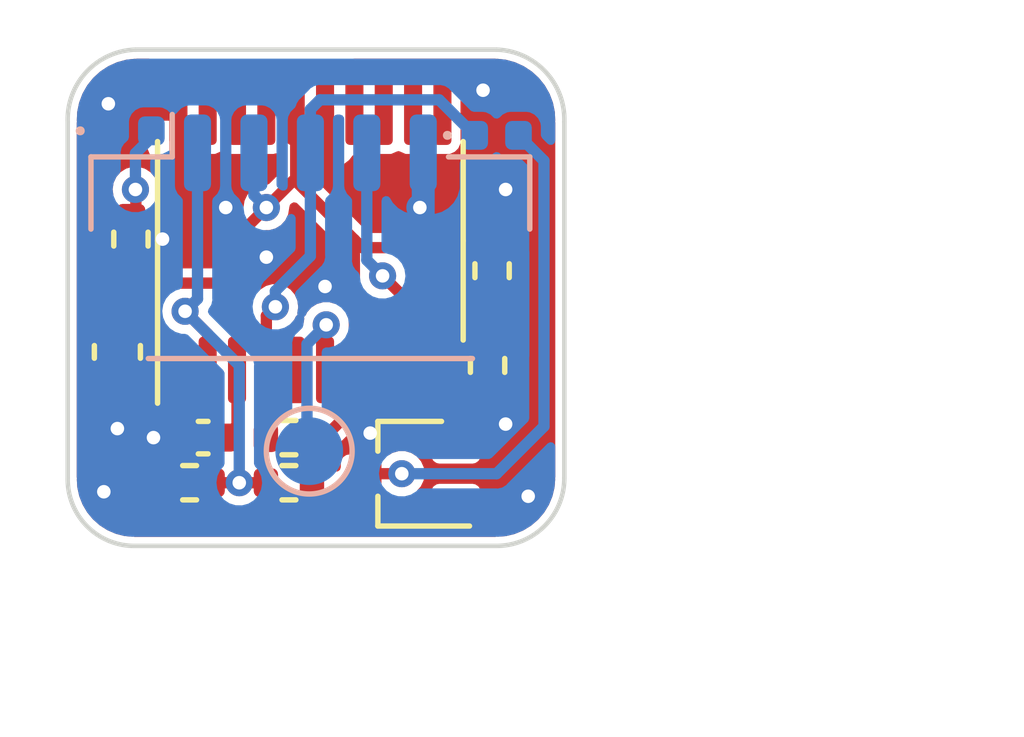
<source format=kicad_pcb>
(kicad_pcb (version 20211014) (generator pcbnew)
  (layers (0 "F.Cu" signal) (31 "B.Cu" signal) (34 "B.Paste" user) (35 "F.Paste" user) (36 "B.SilkS" user "B.Silkscreen") (37 "F.SilkS" user "F.Silkscreen") (38 "B.Mask" user) (39 "F.Mask" user) (44 "Edge.Cuts" user))
  (net 0 "")
  (net 1 "+5V")
  (net 2 "GND")
  (net 3 "/B")
  (net 4 "Net-(D1-Pad2)")
  (net 5 "Net-(D2-Pad2)")
  (net 6 "/A")
  (net 7 "/I")
  (net 8 "Net-(Q1-Pad1)")
  (net 9 "Net-(Q1-Pad2)")
  (net 20 "Net-(TP1-Pad1)")
  (footprint "Resistor_SMD:R_0402_1005Metric" (layer "F.Cu") (at 21.2 26.7 180)
    (fp_text reference "R4" hide)
    (fp_text value "47k" hide)
    (fp_line (start -0.153641 -0.38) (end 0.153641 -0.38) (layer "F.SilkS") (width 0.12))
    (fp_line (start -0.153641 0.38) (end 0.153641 0.38) (layer "F.SilkS") (width 0.12))
    (pad "1" smd roundrect locked (at -0.51 0 180) (size 0.54 0.64) (layers "F.Cu" "F.Paste" "F.Mask") (net 6 "/A"))
    (pad "2" smd roundrect locked (at 0.51 0 180) (size 0.54 0.64) (layers "F.Cu" "F.Paste" "F.Mask") (net 8 "Net-(Q1-Pad1)"))
  )
  (footprint "Resistor_SMD:R_0402_1005Metric" (layer "F.Cu") (at 27.9 22 -90)
    (fp_text reference "R3" hide)
    (fp_text value "1k" hide)
    (fp_line (start -0.153641 -0.38) (end 0.153641 -0.38) (layer "F.SilkS") (width 0.12))
    (fp_line (start -0.153641 0.38) (end 0.153641 0.38) (layer "F.SilkS") (width 0.12))
    (pad "1" smd roundrect locked (at -0.51 0 270) (size 0.54 0.64) (layers "F.Cu" "F.Paste" "F.Mask") (net 1 "+5V"))
    (pad "2" smd roundrect locked (at 0.51 0 270) (size 0.54 0.64) (layers "F.Cu" "F.Paste" "F.Mask") (net 7 "/I"))
  )
  (footprint "Capacitor_SMD:C_0603_1608Metric" (layer "F.Cu") (at 19.6 23.8 -90)
    (fp_text reference "C2" hide)
    (fp_text value "10µ" hide)
    (fp_line (start -0.14058 -0.51) (end 0.14058 -0.51) (layer "F.SilkS") (width 0.12))
    (fp_line (start -0.14058 0.51) (end 0.14058 0.51) (layer "F.SilkS") (width 0.12))
    (pad "1" smd roundrect locked (at -0.775 0 270) (size 0.9 0.95) (layers "F.Cu" "F.Paste" "F.Mask") (net 1 "+5V"))
    (pad "2" smd roundrect locked (at 0.775 0 270) (size 0.9 0.95) (layers "F.Cu" "F.Paste" "F.Mask") (net 2 "GND"))
  )
  (footprint "Resistor_SMD:R_0402_1005Metric" (layer "F.Cu") (at 23.4 26.7 180)
    (fp_text reference "R1" hide)
    (fp_text value "1k" hide)
    (fp_line (start -0.153641 -0.38) (end 0.153641 -0.38) (layer "F.SilkS") (width 0.12))
    (fp_line (start -0.153641 0.38) (end 0.153641 0.38) (layer "F.SilkS") (width 0.12))
    (pad "1" smd roundrect locked (at -0.51 0 180) (size 0.54 0.64) (layers "F.Cu" "F.Paste" "F.Mask") (net 1 "+5V"))
    (pad "2" smd roundrect locked (at 0.51 0 180) (size 0.54 0.64) (layers "F.Cu" "F.Paste" "F.Mask") (net 6 "/A"))
  )
  (footprint "Resistor_SMD:R_0402_1005Metric" (layer "F.Cu") (at 19.9 21.3 90)
    (fp_text reference "R6" hide)
    (fp_text value "4k7" hide)
    (fp_line (start -0.153641 -0.38) (end 0.153641 -0.38) (layer "F.SilkS") (width 0.12))
    (fp_line (start -0.153641 0.38) (end 0.153641 0.38) (layer "F.SilkS") (width 0.12))
    (pad "1" smd roundrect locked (at -0.51 0 90) (size 0.54 0.64) (layers "F.Cu" "F.Paste" "F.Mask") (net 1 "+5V"))
    (pad "2" smd roundrect locked (at 0.51 0 90) (size 0.54 0.64) (layers "F.Cu" "F.Paste" "F.Mask") (net 5 "Net-(D2-Pad2)"))
  )
  (footprint "Package_TO_SOT_SMD:SOT-323_SC-70" (layer "F.Cu") (at 26.1 26.5 180)
    (fp_text reference "Q1" hide)
    (fp_text value "BC807-40LWX" hide)
    (fp_line (start 0.73 0.5) (end 0.73 1.16) (layer "F.SilkS") (width 0.12))
    (fp_line (start 0.73 -1.16) (end 0.73 -0.5) (layer "F.SilkS") (width 0.12))
    (fp_line (start -0.68 1.16) (end 0.73 1.16) (layer "F.SilkS") (width 0.12))
    (fp_line (start 0.73 -1.16) (end -1.3 -1.16) (layer "F.SilkS") (width 0.12))
    (pad "1" smd rect locked (at -1 -0.65 90) (size 0.45 0.7) (layers "F.Cu" "F.Paste" "F.Mask") (net 8 "Net-(Q1-Pad1)"))
    (pad "2" smd rect locked (at -1 0.65 90) (size 0.45 0.7) (layers "F.Cu" "F.Paste" "F.Mask") (net 9 "Net-(Q1-Pad2)"))
    (pad "3" smd rect locked (at 1 0 90) (size 0.45 0.7) (layers "F.Cu" "F.Paste" "F.Mask") (net 4 "Net-(D1-Pad2)"))
  )
  (footprint "Resistor_SMD:R_0402_1005Metric" (layer "F.Cu") (at 23.4 25.7 180)
    (fp_text reference "R2" hide)
    (fp_text value "1k" hide)
    (fp_line (start -0.153641 0.38) (end 0.153641 0.38) (layer "F.SilkS") (width 0.12))
    (fp_line (start -0.153641 -0.38) (end 0.153641 -0.38) (layer "F.SilkS") (width 0.12))
    (pad "1" smd roundrect locked (at -0.51 0 180) (size 0.54 0.64) (layers "F.Cu" "F.Paste" "F.Mask") (net 1 "+5V"))
    (pad "2" smd roundrect locked (at 0.51 0 180) (size 0.54 0.64) (layers "F.Cu" "F.Paste" "F.Mask") (net 3 "/B"))
  )
  (footprint "Capacitor_SMD:C_0402_1005Metric" (layer "F.Cu") (at 21.5 25.7 180)
    (fp_text reference "C1" hide)
    (fp_text value "100n" hide)
    (fp_line (start -0.107836 -0.36) (end 0.107836 -0.36) (layer "F.SilkS") (width 0.12))
    (fp_line (start -0.107836 0.36) (end 0.107836 0.36) (layer "F.SilkS") (width 0.12))
    (pad "1" smd roundrect locked (at -0.48 0 180) (size 0.56 0.62) (layers "F.Cu" "F.Paste" "F.Mask") (net 1 "+5V"))
    (pad "2" smd roundrect locked (at 0.48 0 180) (size 0.56 0.62) (layers "F.Cu" "F.Paste" "F.Mask") (net 2 "GND"))
  )
  (footprint "Package_SO:TSSOP-20_4.4x6.5mm_P0.65mm" (layer "F.Cu") (at 23.875 21.3375 90)
    (fp_text reference "U1" hide)
    (fp_text value "AS5304" hide)
    (fp_line (start 0 -3.385) (end -3.6 -3.385) (layer "F.SilkS") (width 0.12))
    (fp_line (start 0 3.385) (end -2.2 3.385) (layer "F.SilkS") (width 0.12))
    (fp_line (start 0 3.385) (end 2.2 3.385) (layer "F.SilkS") (width 0.12))
    (fp_line (start 0 -3.385) (end 2.2 -3.385) (layer "F.SilkS") (width 0.12))
    (pad "1" smd roundrect locked (at -2.8625 -2.925 90) (size 1.475 0.4) (layers "F.Cu" "F.Paste" "F.Mask") (net 2 "GND"))
    (pad "2" smd roundrect locked (at -2.8625 -2.275 90) (size 1.475 0.4) (layers "F.Cu" "F.Paste" "F.Mask") (net 6 "/A"))
    (pad "3" smd roundrect locked (at -2.8625 -1.625 90) (size 1.475 0.4) (layers "F.Cu" "F.Paste" "F.Mask") (net 1 "+5V"))
    (pad "4" smd roundrect locked (at -2.8625 -0.975 90) (size 1.475 0.4) (layers "F.Cu" "F.Paste" "F.Mask") (net 3 "/B"))
    (pad "5" smd roundrect locked (at -2.8625 -0.325 90) (size 1.475 0.4) (layers "F.Cu" "F.Paste" "F.Mask"))
    (pad "6" smd roundrect locked (at -2.8625 0.325 90) (size 1.475 0.4) (layers "F.Cu" "F.Paste" "F.Mask") (net 20 "Net-(TP1-Pad1)"))
    (pad "7" smd roundrect locked (at -2.8625 0.975 90) (size 1.475 0.4) (layers "F.Cu" "F.Paste" "F.Mask") (net 1 "+5V"))
    (pad "8" smd roundrect locked (at -2.8625 1.625 90) (size 1.475 0.4) (layers "F.Cu" "F.Paste" "F.Mask") (net 7 "/I"))
    (pad "9" smd roundrect locked (at -2.8625 2.275 90) (size 1.475 0.4) (layers "F.Cu" "F.Paste" "F.Mask"))
    (pad "10" smd roundrect locked (at -2.8625 2.925 90) (size 1.475 0.4) (layers "F.Cu" "F.Paste" "F.Mask"))
    (pad "11" smd roundrect locked (at 2.8625 2.925 90) (size 1.475 0.4) (layers "F.Cu" "F.Paste" "F.Mask"))
    (pad "12" smd roundrect locked (at 2.8625 2.275 90) (size 1.475 0.4) (layers "F.Cu" "F.Paste" "F.Mask"))
    (pad "13" smd roundrect locked (at 2.8625 1.625 90) (size 1.475 0.4) (layers "F.Cu" "F.Paste" "F.Mask"))
    (pad "14" smd roundrect locked (at 2.8625 0.975 90) (size 1.475 0.4) (layers "F.Cu" "F.Paste" "F.Mask"))
    (pad "15" smd roundrect locked (at 2.8625 0.325 90) (size 1.475 0.4) (layers "F.Cu" "F.Paste" "F.Mask") (net 2 "GND"))
    (pad "16" smd roundrect locked (at 2.8625 -0.325 90) (size 1.475 0.4) (layers "F.Cu" "F.Paste" "F.Mask") (net 1 "+5V"))
    (pad "17" smd roundrect locked (at 2.8625 -0.975 90) (size 1.475 0.4) (layers "F.Cu" "F.Paste" "F.Mask"))
    (pad "18" smd roundrect locked (at 2.8625 -1.625 90) (size 1.475 0.4) (layers "F.Cu" "F.Paste" "F.Mask"))
    (pad "19" smd roundrect locked (at 2.8625 -2.275 90) (size 1.475 0.4) (layers "F.Cu" "F.Paste" "F.Mask"))
    (pad "20" smd roundrect locked (at 2.8625 -2.925 90) (size 1.475 0.4) (layers "F.Cu" "F.Paste" "F.Mask") (net 2 "GND"))
  )
  (footprint "Resistor_SMD:R_0402_1005Metric" (layer "F.Cu") (at 27.8 24.1 -90)
    (fp_text reference "R5" hide)
    (fp_text value "4k7" hide)
    (fp_line (start -0.153641 0.38) (end 0.153641 0.38) (layer "F.SilkS") (width 0.12))
    (fp_line (start -0.153641 -0.38) (end 0.153641 -0.38) (layer "F.SilkS") (width 0.12))
    (pad "1" smd roundrect locked (at -0.51 0 270) (size 0.54 0.64) (layers "F.Cu" "F.Paste" "F.Mask") (net 7 "/I"))
    (pad "2" smd roundrect locked (at 0.51 0 270) (size 0.54 0.64) (layers "F.Cu" "F.Paste" "F.Mask") (net 9 "Net-(Q1-Pad2)"))
  )
  (footprint "LED_SMD:LED_0402_1005Metric" (layer "B.Cu") (at 19.8675 18.9)
    (fp_text reference "D2" hide)
    (fp_text value "Blue" hide)
    (fp_circle (center -1.09 0) (end -1.04 0) (layer "B.SilkS") (width 0.1) (fill none))
    (pad "1" smd roundrect locked (at -0.485 0) (size 0.59 0.64) (layers "B.Cu" "B.Paste" "B.Mask") (net 2 "GND"))
    (pad "2" smd roundrect locked (at 0.485 0) (size 0.59 0.64) (layers "B.Cu" "B.Paste" "B.Mask") (net 5 "Net-(D2-Pad2)"))
  )
  (footprint "Connector_JST:JST_GH_BM05B-GHS-TBT_1x05-1MP_P1.25mm_Vertical" (layer "B.Cu") (at 23.875 21.3375)
    (fp_text reference "J1" hide)
    (fp_text value "BM05B-GHS" hide)
    (fp_line (start -4.86 -1.86) (end -3.06 -1.86) (layer "B.SilkS") (width 0.12))
    (fp_line (start -4.86 -0.26) (end -4.86 -1.86) (layer "B.SilkS") (width 0.12))
    (fp_line (start -3.06 -1.86) (end -3.06 -2.8) (layer "B.SilkS") (width 0.12))
    (fp_line (start 4.86 -0.26) (end 4.86 -1.86) (layer "B.SilkS") (width 0.12))
    (fp_line (start 4.86 -1.86) (end 3.06 -1.86) (layer "B.SilkS") (width 0.12))
    (fp_line (start -3.59 2.61) (end 3.59 2.61) (layer "B.SilkS") (width 0.12))
    (pad "1" smd roundrect locked (at -2.5 -1.95) (size 0.6 1.7) (layers "B.Cu" "B.Paste" "B.Mask") (net 6 "/A"))
    (pad "2" smd roundrect locked (at -1.25 -1.95) (size 0.6 1.7) (layers "B.Cu" "B.Paste" "B.Mask") (net 1 "+5V"))
    (pad "3" smd roundrect locked (at 0 -1.95) (size 0.6 1.7) (layers "B.Cu" "B.Paste" "B.Mask") (net 3 "/B"))
    (pad "4" smd roundrect locked (at 1.25 -1.95) (size 0.6 1.7) (layers "B.Cu" "B.Paste" "B.Mask") (net 7 "/I"))
    (pad "5" smd roundrect locked (at 2.5 -1.95) (size 0.6 1.7) (layers "B.Cu" "B.Paste" "B.Mask") (net 2 "GND"))
    (pad "MP" smd roundrect locked (at -4.35 1.4) (size 1 2.8) (layers "B.Cu" "B.Paste" "B.Mask") (net 2 "GND"))
    (pad "MP" smd roundrect locked (at 4.35 1.4) (size 1 2.8) (layers "B.Cu" "B.Paste" "B.Mask") (net 2 "GND"))
  )
  (footprint "LED_SMD:LED_0402_1005Metric" (layer "B.Cu") (at 28 19)
    (fp_text reference "D1" hide)
    (fp_text value "Red" hide)
    (fp_circle (center -1.09 0) (end -1.04 0) (layer "B.SilkS") (width 0.1) (fill none))
    (pad "1" smd roundrect locked (at -0.485 0) (size 0.59 0.64) (layers "B.Cu" "B.Paste" "B.Mask") (net 3 "/B"))
    (pad "2" smd roundrect locked (at 0.485 0) (size 0.59 0.64) (layers "B.Cu" "B.Paste" "B.Mask") (net 4 "Net-(D1-Pad2)"))
  )
  (footprint "TestPoint:TestPoint_Pad_D1.5mm" (layer "B.Cu") (at 23.85 26 180)
    (fp_text reference "TP1" hide)
    (fp_text value "AGC out")
    (fp_circle (center 0 0) (end 0 -0.95) (layer "B.SilkS") (width 0.12) (fill none))
    (pad "1" smd circle locked (at 0 0 180) (size 1.5 1.5) (layers "B.Cu" "B.Mask") (net 20 "Net-(TP1-Pad1)"))
  )
  (gr_line (start 20 17.1) (end 28 17.1) (layer "Edge.Cuts") (width 0.1))
  (gr_arc (start 29.5 26.6) (mid 29.06066 27.660659) (end 28 28.1) (layer "Edge.Cuts") (width 0.1))
  (gr_line (start 29.5 18.7) (end 29.5 26.6) (layer "Edge.Cuts") (width 0.1))
  (gr_arc (start 28 17.1) (mid 29.08137 17.58934) (end 29.5 18.7) (layer "Edge.Cuts") (width 0.1))
  (gr_arc (start 19.95 28.1) (mid 18.91434 27.650305) (end 18.5 26.6) (layer "Edge.Cuts") (width 0.1))
  (gr_line (start 18.5 26.6) (end 18.5 18.7) (layer "Edge.Cuts") (width 0.1))
  (gr_line (start 28 28.1) (end 19.95 28.1) (layer "Edge.Cuts") (width 0.1))
  (gr_arc (start 18.5 18.7) (mid 18.918629 17.58934) (end 20 17.1) (layer "Edge.Cuts") (width 0.1))
  (segment (start 22.9 20.6) (end 23.4875 20.0125) (width 0.25) (layer "F.Cu") (net 1))
  (segment (start 22.25 22.65) (end 22.25 22.15) (width 0.25) (layer "F.Cu") (net 1))
  (segment (start 19.9 21.825978) (end 20.349511 22.275489) (width 0.25) (layer "F.Cu") (net 1))
  (segment (start 21.98 25.7) (end 22.25 25.43) (width 0.25) (layer "F.Cu") (net 1))
  (segment (start 22.25 22.15) (end 22.25 21.25) (width 0.25) (layer "F.Cu") (net 1))
  (segment (start 23.91 25.7) (end 24.18 25.7) (width 0.25) (layer "F.Cu") (net 1))
  (segment (start 24.85 22.55) (end 24.85 21.3125) (width 0.25) (layer "F.Cu") (net 1))
  (segment (start 24.85 24.2) (end 24.85 22.55) (width 0.25) (layer "F.Cu") (net 1))
  (segment (start 24.85 25.03) (end 24.85 24.2) (width 0.25) (layer "F.Cu") (net 1))
  (segment (start 24.85 21.3125) (end 23.55 20.0125) (width 0.25) (layer "F.Cu") (net 1))
  (segment (start 23.91 26.7) (end 23.91 25.7) (width 0.25) (layer "F.Cu") (net 1))
  (segment (start 25.0275 21.49) (end 24.85 21.3125) (width 0.25) (layer "F.Cu") (net 1))
  (segment (start 22.25 23.15) (end 22.25 22.65) (width 0.25) (layer "F.Cu") (net 1))
  (segment (start 22.25 25.43) (end 22.25 24.2) (width 0.25) (layer "F.Cu") (net 1))
  (segment (start 23.4875 20.0125) (end 23.55 20.0125) (width 0.25) (layer "F.Cu") (net 1))
  (segment (start 20.349511 22.275489) (end 22.124511 22.275489) (width 0.25) (layer "F.Cu") (net 1))
  (segment (start 24.18 25.7) (end 24.85 25.03) (width 0.25) (layer "F.Cu") (net 1))
  (segment (start 23.55 20.0125) (end 23.55 18.475) (width 0.25) (layer "F.Cu") (net 1))
  (segment (start 19.6 23.025) (end 20.349511 22.275489) (width 0.25) (layer "F.Cu") (net 1))
  (segment (start 22.25 21.25) (end 22.9 20.6) (width 0.25) (layer "F.Cu") (net 1))
  (segment (start 22.124511 22.275489) (end 22.25 22.15) (width 0.25) (layer "F.Cu") (net 1))
  (segment (start 19.9 21.81) (end 19.9 21.825978) (width 0.25) (layer "F.Cu") (net 1))
  (segment (start 22.25 23.15) (end 22.25 24.2) (width 0.25) (layer "F.Cu") (net 1))
  (segment (start 27.9 21.49) (end 25.0275 21.49) (width 0.25) (layer "F.Cu") (net 1))
  (via (at 22.9 20.6) (size 0.6) (drill 0.3) (layers "F.Cu" "B.Cu") (net 1))
  (segment (start 22.625 20.325) (end 22.9 20.6) (width 0.25) (layer "B.Cu") (net 1))
  (segment (start 22.625 19.3875) (end 22.625 20.325) (width 0.25) (layer "B.Cu") (net 1))
  (segment (start 21.02 24.27) (end 20.95 24.2) (width 0.25) (layer "F.Cu") (net 2))
  (segment (start 21.02 25.7) (end 21.02 24.27) (width 0.25) (layer "F.Cu") (net 2))
  (via (at 27.7 18) (size 0.6) (drill 0.3) (layers "F.Cu" "B.Cu") (net 2))
  (via (at 28.2 25.4) (size 0.6) (drill 0.3) (layers "F.Cu" "B.Cu") (net 2))
  (via (at 24.2 22.35) (size 0.6) (drill 0.3) (layers "F.Cu" "B.Cu") (net 2))
  (via (at 26.3 20.6) (size 0.6) (drill 0.3) (layers "F.Cu" "B.Cu") (net 2))
  (via (at 20.4 25.7) (size 0.6) (drill 0.3) (layers "F.Cu" "B.Cu") (net 2))
  (via (at 25.2 25.6) (size 0.6) (drill 0.3) (layers "F.Cu" "B.Cu") (net 2))
  (via (at 22.9 21.7) (size 0.6) (drill 0.3) (layers "F.Cu" "B.Cu") (net 2))
  (via (at 28.2 20.2) (size 0.6) (drill 0.3) (layers "F.Cu" "B.Cu") (net 2))
  (via (at 19.6 25.5) (size 0.6) (drill 0.3) (layers "F.Cu" "B.Cu") (net 2))
  (via (at 28.7 27) (size 0.6) (drill 0.3) (layers "F.Cu" "B.Cu") (net 2))
  (via (at 20.6 21.3) (size 0.6) (drill 0.3) (layers "F.Cu" "B.Cu") (net 2))
  (via (at 19.4 18.3) (size 0.6) (drill 0.3) (layers "F.Cu" "B.Cu") (net 2))
  (via (at 22 20.6) (size 0.6) (drill 0.3) (layers "F.Cu" "B.Cu") (net 2))
  (via (at 19.3 26.9) (size 0.6) (drill 0.3) (layers "F.Cu" "B.Cu") (net 2))
  (segment (start 26.375 19.3875) (end 26.375 20.525) (width 0.25) (layer "B.Cu") (net 2))
  (segment (start 19.415 18.9) (end 19.415 18.315) (width 0.25) (layer "B.Cu") (net 2))
  (segment (start 19.415 18.315) (end 19.4 18.3) (width 0.25) (layer "B.Cu") (net 2))
  (segment (start 26.375 20.525) (end 26.3 20.6) (width 0.25) (layer "B.Cu") (net 2))
  (segment (start 22.89 24.21) (end 22.9 24.2) (width 0.25) (layer "F.Cu") (net 3))
  (segment (start 22.9 24.2) (end 22.9 23) (width 0.25) (layer "F.Cu") (net 3))
  (segment (start 22.9 23) (end 23.1 22.8) (width 0.25) (layer "F.Cu") (net 3))
  (segment (start 22.89 25.7) (end 22.89 24.21) (width 0.25) (layer "F.Cu") (net 3))
  (via (at 23.1 22.8) (size 0.6) (drill 0.3) (layers "F.Cu" "B.Cu") (net 3))
  (segment (start 23.1 22.45) (end 23.875 21.675) (width 0.25) (layer "B.Cu") (net 3))
  (segment (start 24.08702 18.21298) (end 23.875 18.425) (width 0.25) (layer "B.Cu") (net 3))
  (segment (start 23.875 21.675) (end 23.875 19.3875) (width 0.25) (layer "B.Cu") (net 3))
  (segment (start 27.515 19) (end 26.72798 18.21298) (width 0.25) (layer "B.Cu") (net 3))
  (segment (start 23.1 22.8) (end 23.1 22.45) (width 0.25) (layer "B.Cu") (net 3))
  (segment (start 23.875 18.425) (end 23.875 19.3875) (width 0.25) (layer "B.Cu") (net 3))
  (segment (start 26.72798 18.21298) (end 24.08702 18.21298) (width 0.25) (layer "B.Cu") (net 3))
  (segment (start 25.9 26.5) (end 25.1 26.5) (width 0.25) (layer "F.Cu") (net 4))
  (via (at 25.9 26.5) (size 0.6) (drill 0.3) (layers "F.Cu" "B.Cu") (net 4))
  (segment (start 29.04952 25.45048) (end 28 26.5) (width 0.25) (layer "B.Cu") (net 4))
  (segment (start 29.04952 19.56452) (end 29.04952 25.45048) (width 0.25) (layer "B.Cu") (net 4))
  (segment (start 28 26.5) (end 25.9 26.5) (width 0.25) (layer "B.Cu") (net 4))
  (segment (start 28.485 19) (end 29.04952 19.56452) (width 0.25) (layer "B.Cu") (net 4))
  (segment (start 20.01 20.21) (end 20.01 20.5) (width 0.25) (layer "F.Cu") (net 5))
  (segment (start 20 20.2) (end 20.01 20.21) (width 0.25) (layer "F.Cu") (net 5))
  (via (at 20 20.2) (size 0.6) (drill 0.3) (layers "F.Cu" "B.Cu") (net 5))
  (segment (start 20.385 19.015) (end 20.385 18.9) (width 0.25) (layer "B.Cu") (net 5))
  (segment (start 20 20.2) (end 20 19.4) (width 0.25) (layer "B.Cu") (net 5))
  (segment (start 20 19.4) (end 20.385 19.015) (width 0.25) (layer "B.Cu") (net 5))
  (segment (start 22.89 26.7) (end 22.3 26.7) (width 0.25) (layer "F.Cu") (net 6))
  (segment (start 21.71 26.7) (end 22.3 26.7) (width 0.25) (layer "F.Cu") (net 6))
  (segment (start 21.6 24.2) (end 21.6 23.4) (width 0.25) (layer "F.Cu") (net 6))
  (segment (start 21.6 23.4) (end 21.1 22.9) (width 0.25) (layer "F.Cu") (net 6))
  (via (at 22.3 26.7) (size 0.6) (drill 0.3) (layers "F.Cu" "B.Cu") (net 6))
  (via (at 21.1 22.9) (size 0.6) (drill 0.3) (layers "F.Cu" "B.Cu") (net 6))
  (segment (start 21.1 22.9) (end 21.375 22.625) (width 0.25) (layer "B.Cu") (net 6))
  (segment (start 21.375 22.625) (end 21.375 19.3875) (width 0.25) (layer "B.Cu") (net 6))
  (segment (start 22.3 24.1) (end 22.3 26.7) (width 0.25) (layer "B.Cu") (net 6))
  (segment (start 21.1 22.9) (end 22.3 24.1) (width 0.25) (layer "B.Cu") (net 6))
  (segment (start 25.87 22.51) (end 27.9 22.51) (width 0.25) (layer "F.Cu") (net 7))
  (segment (start 27.8 23.13798) (end 27.9 23.03798) (width 0.25) (layer "F.Cu") (net 7))
  (segment (start 27.9 23.03798) (end 27.9 22.51) (width 0.25) (layer "F.Cu") (net 7))
  (segment (start 25.874156 23.13798) (end 27.8 23.13798) (width 0.25) (layer "F.Cu") (net 7))
  (segment (start 25.4745 22.1145) (end 25.87 22.51) (width 0.25) (layer "F.Cu") (net 7))
  (segment (start 25.5 24.2) (end 25.5 23.512136) (width 0.25) (layer "F.Cu") (net 7))
  (segment (start 27.8 23.13798) (end 27.8 23.59) (width 0.25) (layer "F.Cu") (net 7))
  (segment (start 25.5 23.512136) (end 25.874156 23.13798) (width 0.25) (layer "F.Cu") (net 7))
  (via (at 25.4745 22.1145) (size 0.6) (drill 0.3) (layers "F.Cu" "B.Cu") (net 7))
  (segment (start 25.4745 22.1145) (end 25.125 21.765) (width 0.25) (layer "B.Cu") (net 7))
  (segment (start 25.125 21.765) (end 25.125 19.3875) (width 0.25) (layer "B.Cu") (net 7))
  (segment (start 26.90548 27.34452) (end 27.1 27.15) (width 0.25) (layer "F.Cu") (net 8))
  (segment (start 21.24452 27.34452) (end 26.90548 27.34452) (width 0.25) (layer "F.Cu") (net 8))
  (segment (start 20.69 26.79) (end 21.24452 27.34452) (width 0.25) (layer "F.Cu") (net 8))
  (segment (start 20.69 26.7) (end 20.69 26.79) (width 0.25) (layer "F.Cu") (net 8))
  (segment (start 27.1 25.85) (end 27.1 25.31) (width 0.25) (layer "F.Cu") (net 9))
  (segment (start 27.1 25.31) (end 27.8 24.61) (width 0.25) (layer "F.Cu") (net 9))
  (segment (start 24.2 23.2255) (end 24.2255 23.2) (width 0.25) (layer "F.Cu") (net 20))
  (segment (start 24.2 24.2) (end 24.2 23.2255) (width 0.25) (layer "F.Cu") (net 20))
  (via (at 24.2255 23.2) (size 0.6) (drill 0.3) (layers "F.Cu" "B.Cu") (net 20))
  (segment (start 23.8 25.95) (end 23.85 26) (width 0.25) (layer "B.Cu") (net 20))
  (segment (start 24.2255 23.2) (end 23.8 23.6255) (width 0.25) (layer "B.Cu") (net 20))
  (segment (start 23.8 23.6255) (end 23.8 25.95) (width 0.25) (layer "B.Cu") (net 20))
  (zone (net 2) (net_name "GND") (layers F&B.Cu) (connect_pads (clearance 0.2)) (min_thickness 0.2) (fill yes (thermal_gap 0.508) (thermal_bridge_width 0.508))
    (polygon (pts (xy 30 29) (xy 17 29) (xy 17 16) (xy 30 16)))
  )
)
</source>
